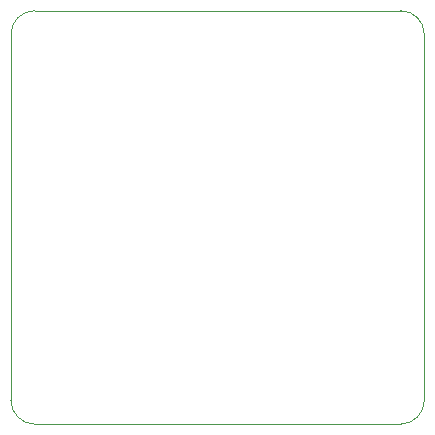
<source format=gbr>
%TF.GenerationSoftware,KiCad,Pcbnew,(6.0.4)*%
%TF.CreationDate,2023-08-29T14:34:22+02:00*%
%TF.ProjectId,big_black_box_pcb_cad,6269675f-626c-4616-936b-5f626f785f70,rev?*%
%TF.SameCoordinates,Original*%
%TF.FileFunction,Profile,NP*%
%FSLAX46Y46*%
G04 Gerber Fmt 4.6, Leading zero omitted, Abs format (unit mm)*
G04 Created by KiCad (PCBNEW (6.0.4)) date 2023-08-29 14:34:22*
%MOMM*%
%LPD*%
G01*
G04 APERTURE LIST*
%TA.AperFunction,Profile*%
%ADD10C,0.100000*%
%TD*%
G04 APERTURE END LIST*
D10*
X174000000Y-82000000D02*
G75*
G03*
X172000000Y-80000000I-2000000J0D01*
G01*
X174000000Y-82000000D02*
X174000000Y-113000000D01*
X141000000Y-80000000D02*
G75*
G03*
X139000000Y-82000000I0J-2000000D01*
G01*
X172000000Y-115000000D02*
G75*
G03*
X174000000Y-113000000I0J2000000D01*
G01*
X141000000Y-80000000D02*
X172000000Y-80000000D01*
X139000000Y-113000000D02*
X139000000Y-82000000D01*
X172000000Y-115000000D02*
X141000000Y-115000000D01*
X139000000Y-113000000D02*
G75*
G03*
X141000000Y-115000000I2000000J0D01*
G01*
M02*

</source>
